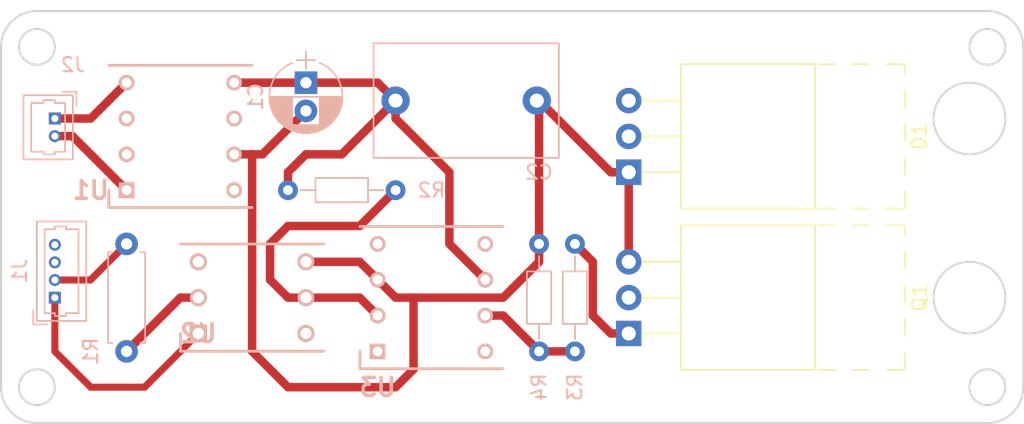
<source format=kicad_pcb>
(kicad_pcb (version 4) (host pcbnew 4.0.6)

  (general
    (links 21)
    (no_connects 0)
    (area 112.954999 90.094999 185.495001 119.455001)
    (thickness 1.6)
    (drawings 14)
    (tracks 59)
    (zones 0)
    (modules 13)
    (nets 26)
  )

  (page A4)
  (layers
    (0 F.Cu signal)
    (31 B.Cu signal hide)
    (32 B.Adhes user hide)
    (33 F.Adhes user hide)
    (34 B.Paste user hide)
    (35 F.Paste user hide)
    (36 B.SilkS user)
    (37 F.SilkS user)
    (38 B.Mask user hide)
    (39 F.Mask user hide)
    (40 Dwgs.User user)
    (41 Cmts.User user)
    (42 Eco1.User user)
    (43 Eco2.User user)
    (44 Edge.Cuts user)
    (45 Margin user)
    (46 B.CrtYd user)
    (47 F.CrtYd user)
    (48 B.Fab user)
    (49 F.Fab user)
  )

  (setup
    (last_trace_width 0.25)
    (trace_clearance 0.2)
    (zone_clearance 0.508)
    (zone_45_only no)
    (trace_min 0.2)
    (segment_width 0.2)
    (edge_width 0.15)
    (via_size 0.8)
    (via_drill 0.4)
    (via_min_size 0.4)
    (via_min_drill 0.3)
    (uvia_size 0.3)
    (uvia_drill 0.1)
    (uvias_allowed no)
    (uvia_min_size 0.2)
    (uvia_min_drill 0.1)
    (pcb_text_width 0.3)
    (pcb_text_size 1.5 1.5)
    (mod_edge_width 0.15)
    (mod_text_size 1 1)
    (mod_text_width 0.15)
    (pad_size 1.524 1.524)
    (pad_drill 0.762)
    (pad_to_mask_clearance 0.2)
    (aux_axis_origin 0 0)
    (visible_elements 7FFEFFFF)
    (pcbplotparams
      (layerselection 0x00030_80000001)
      (usegerberextensions false)
      (excludeedgelayer true)
      (linewidth 0.100000)
      (plotframeref false)
      (viasonmask false)
      (mode 1)
      (useauxorigin false)
      (hpglpennumber 1)
      (hpglpenspeed 20)
      (hpglpendiameter 15)
      (hpglpenoverlay 2)
      (psnegative false)
      (psa4output false)
      (plotreference true)
      (plotvalue true)
      (plotinvisibletext false)
      (padsonsilk false)
      (subtractmaskfromsilk false)
      (outputformat 1)
      (mirror false)
      (drillshape 1)
      (scaleselection 1)
      (outputdirectory SVG/))
  )

  (net 0 "")
  (net 1 DC_ISO)
  (net 2 GND_ISO)
  (net 3 "Net-(D1-Pad2)")
  (net 4 "Net-(D1-Pad3)")
  (net 5 ARD_PWM)
  (net 6 ARD_GND)
  (net 7 ARD_PWR_LVL)
  (net 8 ARD_TEMP)
  (net 9 DC_IN)
  (net 10 DC_GND)
  (net 11 "Net-(Q1-Pad1)")
  (net 12 "Net-(R3-Pad1)")
  (net 13 "Net-(U1-Pad2)")
  (net 14 "Net-(U1-Pad3)")
  (net 15 "Net-(U1-Pad6)")
  (net 16 "Net-(U1-Pad8)")
  (net 17 "Net-(J3-Pad1)")
  (net 18 "Net-(R1-Pad2)")
  (net 19 "Net-(R2-Pad2)")
  (net 20 "Net-(U2-Pad3)")
  (net 21 "Net-(U2-Pad6)")
  (net 22 "Net-(U3-Pad1)")
  (net 23 "Net-(U3-Pad4)")
  (net 24 "Net-(U3-Pad5)")
  (net 25 "Net-(U3-Pad8)")

  (net_class Default "This is the default net class."
    (clearance 0.2)
    (trace_width 0.25)
    (via_dia 0.8)
    (via_drill 0.4)
    (uvia_dia 0.3)
    (uvia_drill 0.1)
  )

  (net_class Control ""
    (clearance 0.2)
    (trace_width 0.6)
    (via_dia 0.8)
    (via_drill 0.4)
    (uvia_dia 0.3)
    (uvia_drill 0.1)
    (add_net DC_GND)
    (add_net DC_IN)
    (add_net DC_ISO)
    (add_net GND_ISO)
    (add_net "Net-(D1-Pad2)")
    (add_net "Net-(D1-Pad3)")
    (add_net "Net-(J3-Pad1)")
    (add_net "Net-(Q1-Pad1)")
    (add_net "Net-(R1-Pad2)")
    (add_net "Net-(R2-Pad2)")
    (add_net "Net-(R3-Pad1)")
    (add_net "Net-(U1-Pad2)")
    (add_net "Net-(U1-Pad3)")
    (add_net "Net-(U1-Pad6)")
    (add_net "Net-(U1-Pad8)")
    (add_net "Net-(U2-Pad3)")
    (add_net "Net-(U2-Pad6)")
    (add_net "Net-(U3-Pad1)")
    (add_net "Net-(U3-Pad4)")
    (add_net "Net-(U3-Pad5)")
    (add_net "Net-(U3-Pad8)")
  )

  (net_class Signal ""
    (clearance 0.2)
    (trace_width 0.5)
    (via_dia 0.8)
    (via_drill 0.4)
    (uvia_dia 0.3)
    (uvia_drill 0.1)
    (add_net ARD_GND)
    (add_net ARD_PWM)
    (add_net ARD_PWR_LVL)
    (add_net ARD_TEMP)
  )

  (module SamacSys_Parts:DIPS762W50P254L1008H460Q8N (layer B.Cu) (tedit 592DEB72) (tstamp 592DE59C)
    (at 139.7 114.3)
    (descr W30508TRC)
    (tags "Undefined or Miscellaneous")
    (path /592AD9EF)
    (fp_text reference U3 (at 0 2.54) (layer B.SilkS)
      (effects (font (size 1.27 1.27) (thickness 0.254)) (justify mirror))
    )
    (fp_text value "W30508TRC (ICL7667)" (at 0 0) (layer B.SilkS) hide
      (effects (font (size 1.27 1.27) (thickness 0.254)) (justify mirror))
    )
    (fp_line (start -1.51 1.48) (end 9.13 1.48) (layer Dwgs.User) (width 0.05))
    (fp_line (start 9.13 1.48) (end 9.13 -9.1) (layer Dwgs.User) (width 0.05))
    (fp_line (start 9.13 -9.1) (end -1.51 -9.1) (layer Dwgs.User) (width 0.05))
    (fp_line (start -1.51 -9.1) (end -1.51 1.48) (layer Dwgs.User) (width 0.05))
    (fp_line (start -1.26 1.23) (end 8.88 1.23) (layer Dwgs.User) (width 0.1))
    (fp_line (start 8.88 1.23) (end 8.88 -8.85) (layer Dwgs.User) (width 0.1))
    (fp_line (start 8.88 -8.85) (end -1.26 -8.85) (layer Dwgs.User) (width 0.1))
    (fp_line (start -1.26 -8.85) (end -1.26 1.23) (layer Dwgs.User) (width 0.1))
    (fp_line (start -1.26 -0.04) (end 0.01 1.23) (layer Dwgs.User) (width 0.1))
    (fp_line (start -1.26 -8.85) (end 8.88 -8.85) (layer B.SilkS) (width 0.2))
    (fp_line (start 8.88 1.23) (end -1.26 1.23) (layer B.SilkS) (width 0.2))
    (fp_line (start -1.26 1.23) (end -1.26 0) (layer B.SilkS) (width 0.2))
    (pad 1 thru_hole rect (at 0 0 270) (size 1.1 1.1) (drill 0.7) (layers *.Cu *.Mask B.SilkS)
      (net 22 "Net-(U3-Pad1)"))
    (pad 2 thru_hole circle (at 0 -2.54 270) (size 1.1 1.1) (drill 0.7) (layers *.Cu *.Mask B.SilkS)
      (net 19 "Net-(R2-Pad2)"))
    (pad 3 thru_hole circle (at 0 -5.08 270) (size 1.1 1.1) (drill 0.7) (layers *.Cu *.Mask B.SilkS)
      (net 2 GND_ISO))
    (pad 4 thru_hole circle (at 0 -7.62 270) (size 1.1 1.1) (drill 0.7) (layers *.Cu *.Mask B.SilkS)
      (net 23 "Net-(U3-Pad4)"))
    (pad 5 thru_hole circle (at 7.62 -7.62 270) (size 1.1 1.1) (drill 0.7) (layers *.Cu *.Mask B.SilkS)
      (net 24 "Net-(U3-Pad5)"))
    (pad 6 thru_hole circle (at 7.62 -5.08 270) (size 1.1 1.1) (drill 0.7) (layers *.Cu *.Mask B.SilkS)
      (net 1 DC_ISO))
    (pad 7 thru_hole circle (at 7.62 -2.54 270) (size 1.1 1.1) (drill 0.7) (layers *.Cu *.Mask B.SilkS)
      (net 12 "Net-(R3-Pad1)"))
    (pad 8 thru_hole circle (at 7.62 0 270) (size 1.1 1.1) (drill 0.7) (layers *.Cu *.Mask B.SilkS)
      (net 25 "Net-(U3-Pad8)"))
  )

  (module Capacitors_THT:CP_Radial_D5.0mm_P2.00mm (layer B.Cu) (tedit 5920C257) (tstamp 592DE370)
    (at 134.62 95.25 270)
    (descr "CP, Radial series, Radial, pin pitch=2.00mm, , diameter=5mm, Electrolytic Capacitor")
    (tags "CP Radial series Radial pin pitch 2.00mm  diameter 5mm Electrolytic Capacitor")
    (path /592ACB50)
    (fp_text reference C1 (at 1 3.56 270) (layer B.SilkS)
      (effects (font (size 1 1) (thickness 0.15)) (justify mirror))
    )
    (fp_text value 22uF (at 1 -3.56 270) (layer B.Fab)
      (effects (font (size 1 1) (thickness 0.15)) (justify mirror))
    )
    (fp_text user %R (at 0.65 0 270) (layer B.Fab)
      (effects (font (size 1 1) (thickness 0.15)) (justify mirror))
    )
    (fp_line (start -2.2 0) (end -1 0) (layer B.Fab) (width 0.1))
    (fp_line (start -1.6 0.65) (end -1.6 -0.65) (layer B.Fab) (width 0.1))
    (fp_line (start 1 2.55) (end 1 -2.55) (layer B.SilkS) (width 0.12))
    (fp_line (start 1.04 2.55) (end 1.04 0.98) (layer B.SilkS) (width 0.12))
    (fp_line (start 1.04 -0.98) (end 1.04 -2.55) (layer B.SilkS) (width 0.12))
    (fp_line (start 1.08 2.549) (end 1.08 0.98) (layer B.SilkS) (width 0.12))
    (fp_line (start 1.08 -0.98) (end 1.08 -2.549) (layer B.SilkS) (width 0.12))
    (fp_line (start 1.12 2.548) (end 1.12 0.98) (layer B.SilkS) (width 0.12))
    (fp_line (start 1.12 -0.98) (end 1.12 -2.548) (layer B.SilkS) (width 0.12))
    (fp_line (start 1.16 2.546) (end 1.16 0.98) (layer B.SilkS) (width 0.12))
    (fp_line (start 1.16 -0.98) (end 1.16 -2.546) (layer B.SilkS) (width 0.12))
    (fp_line (start 1.2 2.543) (end 1.2 0.98) (layer B.SilkS) (width 0.12))
    (fp_line (start 1.2 -0.98) (end 1.2 -2.543) (layer B.SilkS) (width 0.12))
    (fp_line (start 1.24 2.539) (end 1.24 0.98) (layer B.SilkS) (width 0.12))
    (fp_line (start 1.24 -0.98) (end 1.24 -2.539) (layer B.SilkS) (width 0.12))
    (fp_line (start 1.28 2.535) (end 1.28 0.98) (layer B.SilkS) (width 0.12))
    (fp_line (start 1.28 -0.98) (end 1.28 -2.535) (layer B.SilkS) (width 0.12))
    (fp_line (start 1.32 2.531) (end 1.32 0.98) (layer B.SilkS) (width 0.12))
    (fp_line (start 1.32 -0.98) (end 1.32 -2.531) (layer B.SilkS) (width 0.12))
    (fp_line (start 1.36 2.525) (end 1.36 0.98) (layer B.SilkS) (width 0.12))
    (fp_line (start 1.36 -0.98) (end 1.36 -2.525) (layer B.SilkS) (width 0.12))
    (fp_line (start 1.4 2.519) (end 1.4 0.98) (layer B.SilkS) (width 0.12))
    (fp_line (start 1.4 -0.98) (end 1.4 -2.519) (layer B.SilkS) (width 0.12))
    (fp_line (start 1.44 2.513) (end 1.44 0.98) (layer B.SilkS) (width 0.12))
    (fp_line (start 1.44 -0.98) (end 1.44 -2.513) (layer B.SilkS) (width 0.12))
    (fp_line (start 1.48 2.506) (end 1.48 0.98) (layer B.SilkS) (width 0.12))
    (fp_line (start 1.48 -0.98) (end 1.48 -2.506) (layer B.SilkS) (width 0.12))
    (fp_line (start 1.52 2.498) (end 1.52 0.98) (layer B.SilkS) (width 0.12))
    (fp_line (start 1.52 -0.98) (end 1.52 -2.498) (layer B.SilkS) (width 0.12))
    (fp_line (start 1.56 2.489) (end 1.56 0.98) (layer B.SilkS) (width 0.12))
    (fp_line (start 1.56 -0.98) (end 1.56 -2.489) (layer B.SilkS) (width 0.12))
    (fp_line (start 1.6 2.48) (end 1.6 0.98) (layer B.SilkS) (width 0.12))
    (fp_line (start 1.6 -0.98) (end 1.6 -2.48) (layer B.SilkS) (width 0.12))
    (fp_line (start 1.64 2.47) (end 1.64 0.98) (layer B.SilkS) (width 0.12))
    (fp_line (start 1.64 -0.98) (end 1.64 -2.47) (layer B.SilkS) (width 0.12))
    (fp_line (start 1.68 2.46) (end 1.68 0.98) (layer B.SilkS) (width 0.12))
    (fp_line (start 1.68 -0.98) (end 1.68 -2.46) (layer B.SilkS) (width 0.12))
    (fp_line (start 1.721 2.448) (end 1.721 0.98) (layer B.SilkS) (width 0.12))
    (fp_line (start 1.721 -0.98) (end 1.721 -2.448) (layer B.SilkS) (width 0.12))
    (fp_line (start 1.761 2.436) (end 1.761 0.98) (layer B.SilkS) (width 0.12))
    (fp_line (start 1.761 -0.98) (end 1.761 -2.436) (layer B.SilkS) (width 0.12))
    (fp_line (start 1.801 2.424) (end 1.801 0.98) (layer B.SilkS) (width 0.12))
    (fp_line (start 1.801 -0.98) (end 1.801 -2.424) (layer B.SilkS) (width 0.12))
    (fp_line (start 1.841 2.41) (end 1.841 0.98) (layer B.SilkS) (width 0.12))
    (fp_line (start 1.841 -0.98) (end 1.841 -2.41) (layer B.SilkS) (width 0.12))
    (fp_line (start 1.881 2.396) (end 1.881 0.98) (layer B.SilkS) (width 0.12))
    (fp_line (start 1.881 -0.98) (end 1.881 -2.396) (layer B.SilkS) (width 0.12))
    (fp_line (start 1.921 2.382) (end 1.921 0.98) (layer B.SilkS) (width 0.12))
    (fp_line (start 1.921 -0.98) (end 1.921 -2.382) (layer B.SilkS) (width 0.12))
    (fp_line (start 1.961 2.366) (end 1.961 0.98) (layer B.SilkS) (width 0.12))
    (fp_line (start 1.961 -0.98) (end 1.961 -2.366) (layer B.SilkS) (width 0.12))
    (fp_line (start 2.001 2.35) (end 2.001 0.98) (layer B.SilkS) (width 0.12))
    (fp_line (start 2.001 -0.98) (end 2.001 -2.35) (layer B.SilkS) (width 0.12))
    (fp_line (start 2.041 2.333) (end 2.041 0.98) (layer B.SilkS) (width 0.12))
    (fp_line (start 2.041 -0.98) (end 2.041 -2.333) (layer B.SilkS) (width 0.12))
    (fp_line (start 2.081 2.315) (end 2.081 0.98) (layer B.SilkS) (width 0.12))
    (fp_line (start 2.081 -0.98) (end 2.081 -2.315) (layer B.SilkS) (width 0.12))
    (fp_line (start 2.121 2.296) (end 2.121 0.98) (layer B.SilkS) (width 0.12))
    (fp_line (start 2.121 -0.98) (end 2.121 -2.296) (layer B.SilkS) (width 0.12))
    (fp_line (start 2.161 2.276) (end 2.161 0.98) (layer B.SilkS) (width 0.12))
    (fp_line (start 2.161 -0.98) (end 2.161 -2.276) (layer B.SilkS) (width 0.12))
    (fp_line (start 2.201 2.256) (end 2.201 0.98) (layer B.SilkS) (width 0.12))
    (fp_line (start 2.201 -0.98) (end 2.201 -2.256) (layer B.SilkS) (width 0.12))
    (fp_line (start 2.241 2.234) (end 2.241 0.98) (layer B.SilkS) (width 0.12))
    (fp_line (start 2.241 -0.98) (end 2.241 -2.234) (layer B.SilkS) (width 0.12))
    (fp_line (start 2.281 2.212) (end 2.281 0.98) (layer B.SilkS) (width 0.12))
    (fp_line (start 2.281 -0.98) (end 2.281 -2.212) (layer B.SilkS) (width 0.12))
    (fp_line (start 2.321 2.189) (end 2.321 0.98) (layer B.SilkS) (width 0.12))
    (fp_line (start 2.321 -0.98) (end 2.321 -2.189) (layer B.SilkS) (width 0.12))
    (fp_line (start 2.361 2.165) (end 2.361 0.98) (layer B.SilkS) (width 0.12))
    (fp_line (start 2.361 -0.98) (end 2.361 -2.165) (layer B.SilkS) (width 0.12))
    (fp_line (start 2.401 2.14) (end 2.401 0.98) (layer B.SilkS) (width 0.12))
    (fp_line (start 2.401 -0.98) (end 2.401 -2.14) (layer B.SilkS) (width 0.12))
    (fp_line (start 2.441 2.113) (end 2.441 0.98) (layer B.SilkS) (width 0.12))
    (fp_line (start 2.441 -0.98) (end 2.441 -2.113) (layer B.SilkS) (width 0.12))
    (fp_line (start 2.481 2.086) (end 2.481 0.98) (layer B.SilkS) (width 0.12))
    (fp_line (start 2.481 -0.98) (end 2.481 -2.086) (layer B.SilkS) (width 0.12))
    (fp_line (start 2.521 2.058) (end 2.521 0.98) (layer B.SilkS) (width 0.12))
    (fp_line (start 2.521 -0.98) (end 2.521 -2.058) (layer B.SilkS) (width 0.12))
    (fp_line (start 2.561 2.028) (end 2.561 0.98) (layer B.SilkS) (width 0.12))
    (fp_line (start 2.561 -0.98) (end 2.561 -2.028) (layer B.SilkS) (width 0.12))
    (fp_line (start 2.601 1.997) (end 2.601 0.98) (layer B.SilkS) (width 0.12))
    (fp_line (start 2.601 -0.98) (end 2.601 -1.997) (layer B.SilkS) (width 0.12))
    (fp_line (start 2.641 1.965) (end 2.641 0.98) (layer B.SilkS) (width 0.12))
    (fp_line (start 2.641 -0.98) (end 2.641 -1.965) (layer B.SilkS) (width 0.12))
    (fp_line (start 2.681 1.932) (end 2.681 0.98) (layer B.SilkS) (width 0.12))
    (fp_line (start 2.681 -0.98) (end 2.681 -1.932) (layer B.SilkS) (width 0.12))
    (fp_line (start 2.721 1.897) (end 2.721 0.98) (layer B.SilkS) (width 0.12))
    (fp_line (start 2.721 -0.98) (end 2.721 -1.897) (layer B.SilkS) (width 0.12))
    (fp_line (start 2.761 1.861) (end 2.761 0.98) (layer B.SilkS) (width 0.12))
    (fp_line (start 2.761 -0.98) (end 2.761 -1.861) (layer B.SilkS) (width 0.12))
    (fp_line (start 2.801 1.823) (end 2.801 0.98) (layer B.SilkS) (width 0.12))
    (fp_line (start 2.801 -0.98) (end 2.801 -1.823) (layer B.SilkS) (width 0.12))
    (fp_line (start 2.841 1.783) (end 2.841 0.98) (layer B.SilkS) (width 0.12))
    (fp_line (start 2.841 -0.98) (end 2.841 -1.783) (layer B.SilkS) (width 0.12))
    (fp_line (start 2.881 1.742) (end 2.881 0.98) (layer B.SilkS) (width 0.12))
    (fp_line (start 2.881 -0.98) (end 2.881 -1.742) (layer B.SilkS) (width 0.12))
    (fp_line (start 2.921 1.699) (end 2.921 0.98) (layer B.SilkS) (width 0.12))
    (fp_line (start 2.921 -0.98) (end 2.921 -1.699) (layer B.SilkS) (width 0.12))
    (fp_line (start 2.961 1.654) (end 2.961 0.98) (layer B.SilkS) (width 0.12))
    (fp_line (start 2.961 -0.98) (end 2.961 -1.654) (layer B.SilkS) (width 0.12))
    (fp_line (start 3.001 1.606) (end 3.001 -1.606) (layer B.SilkS) (width 0.12))
    (fp_line (start 3.041 1.556) (end 3.041 -1.556) (layer B.SilkS) (width 0.12))
    (fp_line (start 3.081 1.504) (end 3.081 -1.504) (layer B.SilkS) (width 0.12))
    (fp_line (start 3.121 1.448) (end 3.121 -1.448) (layer B.SilkS) (width 0.12))
    (fp_line (start 3.161 1.39) (end 3.161 -1.39) (layer B.SilkS) (width 0.12))
    (fp_line (start 3.201 1.327) (end 3.201 -1.327) (layer B.SilkS) (width 0.12))
    (fp_line (start 3.241 1.261) (end 3.241 -1.261) (layer B.SilkS) (width 0.12))
    (fp_line (start 3.281 1.189) (end 3.281 -1.189) (layer B.SilkS) (width 0.12))
    (fp_line (start 3.321 1.112) (end 3.321 -1.112) (layer B.SilkS) (width 0.12))
    (fp_line (start 3.361 1.028) (end 3.361 -1.028) (layer B.SilkS) (width 0.12))
    (fp_line (start 3.401 0.934) (end 3.401 -0.934) (layer B.SilkS) (width 0.12))
    (fp_line (start 3.441 0.829) (end 3.441 -0.829) (layer B.SilkS) (width 0.12))
    (fp_line (start 3.481 0.707) (end 3.481 -0.707) (layer B.SilkS) (width 0.12))
    (fp_line (start 3.521 0.559) (end 3.521 -0.559) (layer B.SilkS) (width 0.12))
    (fp_line (start 3.561 0.354) (end 3.561 -0.354) (layer B.SilkS) (width 0.12))
    (fp_line (start -2.2 0) (end -1 0) (layer B.SilkS) (width 0.12))
    (fp_line (start -1.6 0.65) (end -1.6 -0.65) (layer B.SilkS) (width 0.12))
    (fp_line (start -1.85 2.85) (end -1.85 -2.85) (layer B.CrtYd) (width 0.05))
    (fp_line (start -1.85 -2.85) (end 3.85 -2.85) (layer B.CrtYd) (width 0.05))
    (fp_line (start 3.85 -2.85) (end 3.85 2.85) (layer B.CrtYd) (width 0.05))
    (fp_line (start 3.85 2.85) (end -1.85 2.85) (layer B.CrtYd) (width 0.05))
    (fp_circle (center 1 0) (end 3.5 0) (layer B.Fab) (width 0.1))
    (fp_arc (start 1 0) (end -1.397436 0.98) (angle -135.5) (layer B.SilkS) (width 0.12))
    (fp_arc (start 1 0) (end -1.397436 -0.98) (angle 135.5) (layer B.SilkS) (width 0.12))
    (fp_arc (start 1 0) (end 3.397436 0.98) (angle -44.5) (layer B.SilkS) (width 0.12))
    (pad 1 thru_hole rect (at 0 0 270) (size 1.6 1.6) (drill 0.8) (layers *.Cu *.Mask)
      (net 1 DC_ISO))
    (pad 2 thru_hole circle (at 2 0 270) (size 1.6 1.6) (drill 0.8) (layers *.Cu *.Mask)
      (net 2 GND_ISO))
    (model ${KISYS3DMOD}/Capacitors_THT.3dshapes/CP_Radial_D5.0mm_P2.00mm.wrl
      (at (xyz 0 0 0))
      (scale (xyz 0.393701 0.393701 0.393701))
      (rotate (xyz 0 0 0))
    )
  )

  (module Capacitors_THT:C_Rect_L13.0mm_W8.0mm_P10.00mm_FKS3_FKP3_MKS4 (layer B.Cu) (tedit 592DF1BE) (tstamp 592DE376)
    (at 140.97 96.52)
    (descr "C, Rect series, Radial, pin pitch=10.00mm, , length*width=13*8mm^2, Capacitor, http://www.wima.com/EN/WIMA_FKS_3.pdf, http://www.wima.com/EN/WIMA_MKS_4.pdf")
    (tags "C Rect series Radial pin pitch 10.00mm  length 13mm width 8mm Capacitor")
    (path /592ACBF5)
    (fp_text reference C2 (at 10.16 5.08) (layer B.SilkS)
      (effects (font (size 1 1) (thickness 0.15)) (justify mirror))
    )
    (fp_text value 220nF (at 5 -5.06) (layer B.Fab)
      (effects (font (size 1 1) (thickness 0.15)) (justify mirror))
    )
    (fp_text user %R (at 5 0) (layer B.Fab)
      (effects (font (size 1 1) (thickness 0.15)) (justify mirror))
    )
    (fp_line (start -1.5 4) (end -1.5 -4) (layer B.Fab) (width 0.1))
    (fp_line (start -1.5 -4) (end 11.5 -4) (layer B.Fab) (width 0.1))
    (fp_line (start 11.5 -4) (end 11.5 4) (layer B.Fab) (width 0.1))
    (fp_line (start 11.5 4) (end -1.5 4) (layer B.Fab) (width 0.1))
    (fp_line (start -1.56 4.06) (end 11.56 4.06) (layer B.SilkS) (width 0.12))
    (fp_line (start -1.56 -4.06) (end 11.56 -4.06) (layer B.SilkS) (width 0.12))
    (fp_line (start -1.56 4.06) (end -1.56 -4.06) (layer B.SilkS) (width 0.12))
    (fp_line (start 11.56 4.06) (end 11.56 -4.06) (layer B.SilkS) (width 0.12))
    (fp_line (start -1.85 4.35) (end -1.85 -4.35) (layer B.CrtYd) (width 0.05))
    (fp_line (start -1.85 -4.35) (end 11.85 -4.35) (layer B.CrtYd) (width 0.05))
    (fp_line (start 11.85 -4.35) (end 11.85 4.35) (layer B.CrtYd) (width 0.05))
    (fp_line (start 11.85 4.35) (end -1.85 4.35) (layer B.CrtYd) (width 0.05))
    (pad 1 thru_hole circle (at 0 0) (size 2 2) (drill 1) (layers *.Cu *.Mask)
      (net 1 DC_ISO))
    (pad 2 thru_hole circle (at 10 0) (size 2 2) (drill 1) (layers *.Cu *.Mask)
      (net 2 GND_ISO))
    (model ${KISYS3DMOD}/Capacitors_THT.3dshapes/C_Rect_L13.0mm_W8.0mm_P10.00mm_FKS3_FKP3_MKS4.wrl
      (at (xyz 0 0 0))
      (scale (xyz 0.393701 0.393701 0.393701))
      (rotate (xyz 0 0 0))
    )
  )

  (module TO_SOT_Packages_THT:TO-220_Horizontal_Reversed (layer F.Cu) (tedit 58CE52AD) (tstamp 592DE37E)
    (at 157.48 101.6 90)
    (descr "TO-220, Horizontal, RM 2.54mm")
    (tags "TO-220 Horizontal RM 2.54mm")
    (path /592DCE5E)
    (fp_text reference D1 (at 2.54 20.58 90) (layer F.SilkS)
      (effects (font (size 1 1) (thickness 0.15)))
    )
    (fp_text value D_Schottky_x2_KCom_AKA (at 2.54 -1.9 90) (layer F.Fab)
      (effects (font (size 1 1) (thickness 0.15)))
    )
    (fp_text user %R (at 2.54 20.58 90) (layer F.Fab)
      (effects (font (size 1 1) (thickness 0.15)))
    )
    (fp_line (start -2.46 13.06) (end -2.46 19.46) (layer F.Fab) (width 0.1))
    (fp_line (start -2.46 19.46) (end 7.54 19.46) (layer F.Fab) (width 0.1))
    (fp_line (start 7.54 19.46) (end 7.54 13.06) (layer F.Fab) (width 0.1))
    (fp_line (start 7.54 13.06) (end -2.46 13.06) (layer F.Fab) (width 0.1))
    (fp_line (start -2.46 3.81) (end -2.46 13.06) (layer F.Fab) (width 0.1))
    (fp_line (start -2.46 13.06) (end 7.54 13.06) (layer F.Fab) (width 0.1))
    (fp_line (start 7.54 13.06) (end 7.54 3.81) (layer F.Fab) (width 0.1))
    (fp_line (start 7.54 3.81) (end -2.46 3.81) (layer F.Fab) (width 0.1))
    (fp_line (start 0 3.81) (end 0 0) (layer F.Fab) (width 0.1))
    (fp_line (start 2.54 3.81) (end 2.54 0) (layer F.Fab) (width 0.1))
    (fp_line (start 5.08 3.81) (end 5.08 0) (layer F.Fab) (width 0.1))
    (fp_line (start -2.58 3.69) (end 7.66 3.69) (layer F.SilkS) (width 0.12))
    (fp_line (start -2.58 13.18) (end 7.66 13.18) (layer F.SilkS) (width 0.12))
    (fp_line (start -2.58 3.69) (end -2.58 13.18) (layer F.SilkS) (width 0.12))
    (fp_line (start 7.66 3.69) (end 7.66 13.18) (layer F.SilkS) (width 0.12))
    (fp_line (start -2.58 19.58) (end -1.38 19.58) (layer F.SilkS) (width 0.12))
    (fp_line (start -0.181 19.58) (end 1.02 19.58) (layer F.SilkS) (width 0.12))
    (fp_line (start 2.22 19.58) (end 3.42 19.58) (layer F.SilkS) (width 0.12))
    (fp_line (start 4.62 19.58) (end 5.82 19.58) (layer F.SilkS) (width 0.12))
    (fp_line (start 7.02 19.58) (end 7.66 19.58) (layer F.SilkS) (width 0.12))
    (fp_line (start -2.58 13.42) (end -2.58 14.62) (layer F.SilkS) (width 0.12))
    (fp_line (start -2.58 15.82) (end -2.58 17.02) (layer F.SilkS) (width 0.12))
    (fp_line (start -2.58 18.22) (end -2.58 19.42) (layer F.SilkS) (width 0.12))
    (fp_line (start 7.66 13.42) (end 7.66 14.62) (layer F.SilkS) (width 0.12))
    (fp_line (start 7.66 15.82) (end 7.66 17.02) (layer F.SilkS) (width 0.12))
    (fp_line (start 7.66 18.22) (end 7.66 19.42) (layer F.SilkS) (width 0.12))
    (fp_line (start 0 1.05) (end 0 3.69) (layer F.SilkS) (width 0.12))
    (fp_line (start 2.54 1.066) (end 2.54 3.69) (layer F.SilkS) (width 0.12))
    (fp_line (start 5.08 1.066) (end 5.08 3.69) (layer F.SilkS) (width 0.12))
    (fp_line (start -2.71 -1.15) (end -2.71 19.71) (layer F.CrtYd) (width 0.05))
    (fp_line (start -2.71 19.71) (end 7.79 19.71) (layer F.CrtYd) (width 0.05))
    (fp_line (start 7.79 19.71) (end 7.79 -1.15) (layer F.CrtYd) (width 0.05))
    (fp_line (start 7.79 -1.15) (end -2.71 -1.15) (layer F.CrtYd) (width 0.05))
    (fp_circle (center 2.54 16.66) (end 4.39 16.66) (layer F.Fab) (width 0.1))
    (pad 0 np_thru_hole oval (at 2.54 16.66 90) (size 3.5 3.5) (drill 3.5) (layers *.Cu *.Mask))
    (pad 1 thru_hole rect (at 0 0 90) (size 1.8 1.8) (drill 1) (layers *.Cu *.Mask)
      (net 2 GND_ISO))
    (pad 2 thru_hole oval (at 2.54 0 90) (size 1.8 1.8) (drill 1) (layers *.Cu *.Mask)
      (net 3 "Net-(D1-Pad2)"))
    (pad 3 thru_hole oval (at 5.08 0 90) (size 1.8 1.8) (drill 1) (layers *.Cu *.Mask)
      (net 4 "Net-(D1-Pad3)"))
    (model ${KISYS3DMOD}/TO_SOT_Packages_THT.3dshapes/TO-220_Horizontal_Reversed.wrl
      (at (xyz 0.1 0 0))
      (scale (xyz 0.393701 0.393701 0.393701))
      (rotate (xyz 0 0 180))
    )
  )

  (module Connectors_Molex:Molex_PicoBlade_53047-0410_04x1.25mm_Straight (layer B.Cu) (tedit 58A3B615) (tstamp 592DE386)
    (at 116.84 110.49 90)
    (descr "Molex PicoBlade, single row, top entry type, through hole, PN:53047-0410")
    (tags "connector molex picoblade")
    (path /592C94BD)
    (fp_text reference J1 (at 1.875 -2.5 90) (layer B.SilkS)
      (effects (font (size 1 1) (thickness 0.15)) (justify mirror))
    )
    (fp_text value CONN_01X04 (at 1.875 3.25 90) (layer B.Fab)
      (effects (font (size 1 1) (thickness 0.15)) (justify mirror))
    )
    (fp_line (start -2 2.55) (end -2 -1.6) (layer B.CrtYd) (width 0.05))
    (fp_line (start -2 -1.6) (end 5.75 -1.6) (layer B.CrtYd) (width 0.05))
    (fp_line (start 5.75 -1.6) (end 5.75 2.55) (layer B.CrtYd) (width 0.05))
    (fp_line (start 5.75 2.55) (end -2 2.55) (layer B.CrtYd) (width 0.05))
    (fp_line (start -1.5 2.075) (end -1.5 -1.125) (layer B.Fab) (width 0.1))
    (fp_line (start -1.5 -1.125) (end 5.25 -1.125) (layer B.Fab) (width 0.1))
    (fp_line (start 5.25 -1.125) (end 5.25 2.075) (layer B.Fab) (width 0.1))
    (fp_line (start 5.25 2.075) (end -1.5 2.075) (layer B.Fab) (width 0.1))
    (fp_line (start -1.65 2.225) (end -1.65 -1.275) (layer B.SilkS) (width 0.12))
    (fp_line (start -1.65 -1.275) (end 5.4 -1.275) (layer B.SilkS) (width 0.12))
    (fp_line (start 5.4 -1.275) (end 5.4 2.225) (layer B.SilkS) (width 0.12))
    (fp_line (start 5.4 2.225) (end -1.65 2.225) (layer B.SilkS) (width 0.12))
    (fp_line (start 1.875 -0.725) (end -1.1 -0.725) (layer B.SilkS) (width 0.12))
    (fp_line (start -1.1 -0.725) (end -1.1 0) (layer B.SilkS) (width 0.12))
    (fp_line (start -1.1 0) (end -1.3 0) (layer B.SilkS) (width 0.12))
    (fp_line (start -1.3 0) (end -1.3 0.8) (layer B.SilkS) (width 0.12))
    (fp_line (start -1.3 0.8) (end -1.1 0.8) (layer B.SilkS) (width 0.12))
    (fp_line (start -1.1 0.8) (end -1.1 1.675) (layer B.SilkS) (width 0.12))
    (fp_line (start -1.1 1.675) (end 1.875 1.675) (layer B.SilkS) (width 0.12))
    (fp_line (start 1.875 -0.725) (end 4.85 -0.725) (layer B.SilkS) (width 0.12))
    (fp_line (start 4.85 -0.725) (end 4.85 0) (layer B.SilkS) (width 0.12))
    (fp_line (start 4.85 0) (end 5.05 0) (layer B.SilkS) (width 0.12))
    (fp_line (start 5.05 0) (end 5.05 0.8) (layer B.SilkS) (width 0.12))
    (fp_line (start 5.05 0.8) (end 4.85 0.8) (layer B.SilkS) (width 0.12))
    (fp_line (start 4.85 0.8) (end 4.85 1.675) (layer B.SilkS) (width 0.12))
    (fp_line (start 4.85 1.675) (end 1.875 1.675) (layer B.SilkS) (width 0.12))
    (fp_line (start -1.9 -1.525) (end -1.9 -0.525) (layer B.SilkS) (width 0.12))
    (fp_line (start -1.9 -1.525) (end -0.9 -1.525) (layer B.SilkS) (width 0.12))
    (fp_text user %R (at 1.875 1.25 90) (layer B.Fab)
      (effects (font (size 1 1) (thickness 0.15)) (justify mirror))
    )
    (pad 1 thru_hole rect (at 0 0 90) (size 0.85 0.85) (drill 0.5) (layers *.Cu *.Mask)
      (net 5 ARD_PWM))
    (pad 2 thru_hole circle (at 1.25 0 90) (size 0.85 0.85) (drill 0.5) (layers *.Cu *.Mask)
      (net 6 ARD_GND))
    (pad 3 thru_hole circle (at 2.5 0 90) (size 0.85 0.85) (drill 0.5) (layers *.Cu *.Mask)
      (net 7 ARD_PWR_LVL))
    (pad 4 thru_hole circle (at 3.75 0 90) (size 0.85 0.85) (drill 0.5) (layers *.Cu *.Mask)
      (net 8 ARD_TEMP))
    (model Connectors_Molex.3dshapes/Molex_PicoBlade_53047-0410_04x1.25mm_Straight.wrl
      (at (xyz 0 0 0))
      (scale (xyz 1 1 1))
      (rotate (xyz 0 0 0))
    )
  )

  (module TO_SOT_Packages_THT:TO-220_Horizontal_Reversed (layer F.Cu) (tedit 58CE52AD) (tstamp 592DE39E)
    (at 157.48 113.03 90)
    (descr "TO-220, Horizontal, RM 2.54mm")
    (tags "TO-220 Horizontal RM 2.54mm")
    (path /592BF9D4)
    (fp_text reference Q1 (at 2.54 20.58 90) (layer F.SilkS)
      (effects (font (size 1 1) (thickness 0.15)))
    )
    (fp_text value RFP12N10L (at 2.54 -1.9 90) (layer F.Fab)
      (effects (font (size 1 1) (thickness 0.15)))
    )
    (fp_text user %R (at 2.54 20.58 90) (layer F.Fab)
      (effects (font (size 1 1) (thickness 0.15)))
    )
    (fp_line (start -2.46 13.06) (end -2.46 19.46) (layer F.Fab) (width 0.1))
    (fp_line (start -2.46 19.46) (end 7.54 19.46) (layer F.Fab) (width 0.1))
    (fp_line (start 7.54 19.46) (end 7.54 13.06) (layer F.Fab) (width 0.1))
    (fp_line (start 7.54 13.06) (end -2.46 13.06) (layer F.Fab) (width 0.1))
    (fp_line (start -2.46 3.81) (end -2.46 13.06) (layer F.Fab) (width 0.1))
    (fp_line (start -2.46 13.06) (end 7.54 13.06) (layer F.Fab) (width 0.1))
    (fp_line (start 7.54 13.06) (end 7.54 3.81) (layer F.Fab) (width 0.1))
    (fp_line (start 7.54 3.81) (end -2.46 3.81) (layer F.Fab) (width 0.1))
    (fp_line (start 0 3.81) (end 0 0) (layer F.Fab) (width 0.1))
    (fp_line (start 2.54 3.81) (end 2.54 0) (layer F.Fab) (width 0.1))
    (fp_line (start 5.08 3.81) (end 5.08 0) (layer F.Fab) (width 0.1))
    (fp_line (start -2.58 3.69) (end 7.66 3.69) (layer F.SilkS) (width 0.12))
    (fp_line (start -2.58 13.18) (end 7.66 13.18) (layer F.SilkS) (width 0.12))
    (fp_line (start -2.58 3.69) (end -2.58 13.18) (layer F.SilkS) (width 0.12))
    (fp_line (start 7.66 3.69) (end 7.66 13.18) (layer F.SilkS) (width 0.12))
    (fp_line (start -2.58 19.58) (end -1.38 19.58) (layer F.SilkS) (width 0.12))
    (fp_line (start -0.181 19.58) (end 1.02 19.58) (layer F.SilkS) (width 0.12))
    (fp_line (start 2.22 19.58) (end 3.42 19.58) (layer F.SilkS) (width 0.12))
    (fp_line (start 4.62 19.58) (end 5.82 19.58) (layer F.SilkS) (width 0.12))
    (fp_line (start 7.02 19.58) (end 7.66 19.58) (layer F.SilkS) (width 0.12))
    (fp_line (start -2.58 13.42) (end -2.58 14.62) (layer F.SilkS) (width 0.12))
    (fp_line (start -2.58 15.82) (end -2.58 17.02) (layer F.SilkS) (width 0.12))
    (fp_line (start -2.58 18.22) (end -2.58 19.42) (layer F.SilkS) (width 0.12))
    (fp_line (start 7.66 13.42) (end 7.66 14.62) (layer F.SilkS) (width 0.12))
    (fp_line (start 7.66 15.82) (end 7.66 17.02) (layer F.SilkS) (width 0.12))
    (fp_line (start 7.66 18.22) (end 7.66 19.42) (layer F.SilkS) (width 0.12))
    (fp_line (start 0 1.05) (end 0 3.69) (layer F.SilkS) (width 0.12))
    (fp_line (start 2.54 1.066) (end 2.54 3.69) (layer F.SilkS) (width 0.12))
    (fp_line (start 5.08 1.066) (end 5.08 3.69) (layer F.SilkS) (width 0.12))
    (fp_line (start -2.71 -1.15) (end -2.71 19.71) (layer F.CrtYd) (width 0.05))
    (fp_line (start -2.71 19.71) (end 7.79 19.71) (layer F.CrtYd) (width 0.05))
    (fp_line (start 7.79 19.71) (end 7.79 -1.15) (layer F.CrtYd) (width 0.05))
    (fp_line (start 7.79 -1.15) (end -2.71 -1.15) (layer F.CrtYd) (width 0.05))
    (fp_circle (center 2.54 16.66) (end 4.39 16.66) (layer F.Fab) (width 0.1))
    (pad 0 np_thru_hole oval (at 2.54 16.66 90) (size 3.5 3.5) (drill 3.5) (layers *.Cu *.Mask))
    (pad 1 thru_hole rect (at 0 0 90) (size 1.8 1.8) (drill 1) (layers *.Cu *.Mask)
      (net 11 "Net-(Q1-Pad1)"))
    (pad 2 thru_hole oval (at 2.54 0 90) (size 1.8 1.8) (drill 1) (layers *.Cu *.Mask)
      (net 17 "Net-(J3-Pad1)"))
    (pad 3 thru_hole oval (at 5.08 0 90) (size 1.8 1.8) (drill 1) (layers *.Cu *.Mask)
      (net 2 GND_ISO))
    (model ${KISYS3DMOD}/TO_SOT_Packages_THT.3dshapes/TO-220_Horizontal_Reversed.wrl
      (at (xyz 0.1 0 0))
      (scale (xyz 0.393701 0.393701 0.393701))
      (rotate (xyz 0 0 180))
    )
  )

  (module Resistors_THT:R_Axial_DIN0207_L6.3mm_D2.5mm_P7.62mm_Horizontal (layer B.Cu) (tedit 592DF1C4) (tstamp 592DE3A4)
    (at 121.92 106.68 270)
    (descr "Resistor, Axial_DIN0207 series, Axial, Horizontal, pin pitch=7.62mm, 0.25W = 1/4W, length*diameter=6.3*2.5mm^2, http://cdn-reichelt.de/documents/datenblatt/B400/1_4W%23YAG.pdf")
    (tags "Resistor Axial_DIN0207 series Axial Horizontal pin pitch 7.62mm 0.25W = 1/4W length 6.3mm diameter 2.5mm")
    (path /592BF392)
    (fp_text reference R1 (at 7.62 2.54 270) (layer B.SilkS)
      (effects (font (size 1 1) (thickness 0.15)) (justify mirror))
    )
    (fp_text value 200 (at 3.81 -2.31 270) (layer B.Fab)
      (effects (font (size 1 1) (thickness 0.15)) (justify mirror))
    )
    (fp_line (start 0.66 1.25) (end 0.66 -1.25) (layer B.Fab) (width 0.1))
    (fp_line (start 0.66 -1.25) (end 6.96 -1.25) (layer B.Fab) (width 0.1))
    (fp_line (start 6.96 -1.25) (end 6.96 1.25) (layer B.Fab) (width 0.1))
    (fp_line (start 6.96 1.25) (end 0.66 1.25) (layer B.Fab) (width 0.1))
    (fp_line (start 0 0) (end 0.66 0) (layer B.Fab) (width 0.1))
    (fp_line (start 7.62 0) (end 6.96 0) (layer B.Fab) (width 0.1))
    (fp_line (start 0.6 0.98) (end 0.6 1.31) (layer B.SilkS) (width 0.12))
    (fp_line (start 0.6 1.31) (end 7.02 1.31) (layer B.SilkS) (width 0.12))
    (fp_line (start 7.02 1.31) (end 7.02 0.98) (layer B.SilkS) (width 0.12))
    (fp_line (start 0.6 -0.98) (end 0.6 -1.31) (layer B.SilkS) (width 0.12))
    (fp_line (start 0.6 -1.31) (end 7.02 -1.31) (layer B.SilkS) (width 0.12))
    (fp_line (start 7.02 -1.31) (end 7.02 -0.98) (layer B.SilkS) (width 0.12))
    (fp_line (start -1.05 1.6) (end -1.05 -1.6) (layer B.CrtYd) (width 0.05))
    (fp_line (start -1.05 -1.6) (end 8.7 -1.6) (layer B.CrtYd) (width 0.05))
    (fp_line (start 8.7 -1.6) (end 8.7 1.6) (layer B.CrtYd) (width 0.05))
    (fp_line (start 8.7 1.6) (end -1.05 1.6) (layer B.CrtYd) (width 0.05))
    (pad 1 thru_hole circle (at 0 0 270) (size 1.6 1.6) (drill 0.8) (layers *.Cu *.Mask)
      (net 6 ARD_GND))
    (pad 2 thru_hole oval (at 7.62 0 270) (size 1.6 1.6) (drill 0.8) (layers *.Cu *.Mask)
      (net 18 "Net-(R1-Pad2)"))
    (model Resistors_THT.3dshapes/R_Axial_DIN0207_L6.3mm_D2.5mm_P7.62mm_Horizontal.wrl
      (at (xyz 0 0 0))
      (scale (xyz 0.393701 0.393701 0.393701))
      (rotate (xyz 0 0 0))
    )
  )

  (module Resistors_THT:R_Axial_DIN0204_L3.6mm_D1.6mm_P7.62mm_Horizontal (layer B.Cu) (tedit 592DF1B7) (tstamp 592DE3AA)
    (at 133.35 102.87)
    (descr "Resistor, Axial_DIN0204 series, Axial, Horizontal, pin pitch=7.62mm, 0.16666666666666666W = 1/6W, length*diameter=3.6*1.6mm^2, http://cdn-reichelt.de/documents/datenblatt/B400/1_4W%23YAG.pdf")
    (tags "Resistor Axial_DIN0204 series Axial Horizontal pin pitch 7.62mm 0.16666666666666666W = 1/6W length 3.6mm diameter 1.6mm")
    (path /592ACAE5)
    (fp_text reference R2 (at 10.16 0) (layer B.SilkS)
      (effects (font (size 1 1) (thickness 0.15)) (justify mirror))
    )
    (fp_text value 4K7 (at 3.81 -1.86) (layer B.Fab)
      (effects (font (size 1 1) (thickness 0.15)) (justify mirror))
    )
    (fp_line (start 2.01 0.8) (end 2.01 -0.8) (layer B.Fab) (width 0.1))
    (fp_line (start 2.01 -0.8) (end 5.61 -0.8) (layer B.Fab) (width 0.1))
    (fp_line (start 5.61 -0.8) (end 5.61 0.8) (layer B.Fab) (width 0.1))
    (fp_line (start 5.61 0.8) (end 2.01 0.8) (layer B.Fab) (width 0.1))
    (fp_line (start 0 0) (end 2.01 0) (layer B.Fab) (width 0.1))
    (fp_line (start 7.62 0) (end 5.61 0) (layer B.Fab) (width 0.1))
    (fp_line (start 1.95 0.86) (end 1.95 -0.86) (layer B.SilkS) (width 0.12))
    (fp_line (start 1.95 -0.86) (end 5.67 -0.86) (layer B.SilkS) (width 0.12))
    (fp_line (start 5.67 -0.86) (end 5.67 0.86) (layer B.SilkS) (width 0.12))
    (fp_line (start 5.67 0.86) (end 1.95 0.86) (layer B.SilkS) (width 0.12))
    (fp_line (start 0.88 0) (end 1.95 0) (layer B.SilkS) (width 0.12))
    (fp_line (start 6.74 0) (end 5.67 0) (layer B.SilkS) (width 0.12))
    (fp_line (start -0.95 1.15) (end -0.95 -1.15) (layer B.CrtYd) (width 0.05))
    (fp_line (start -0.95 -1.15) (end 8.6 -1.15) (layer B.CrtYd) (width 0.05))
    (fp_line (start 8.6 -1.15) (end 8.6 1.15) (layer B.CrtYd) (width 0.05))
    (fp_line (start 8.6 1.15) (end -0.95 1.15) (layer B.CrtYd) (width 0.05))
    (pad 1 thru_hole circle (at 0 0) (size 1.4 1.4) (drill 0.7) (layers *.Cu *.Mask)
      (net 1 DC_ISO))
    (pad 2 thru_hole oval (at 7.62 0) (size 1.4 1.4) (drill 0.7) (layers *.Cu *.Mask)
      (net 19 "Net-(R2-Pad2)"))
    (model Resistors_THT.3dshapes/R_Axial_DIN0204_L3.6mm_D1.6mm_P7.62mm_Horizontal.wrl
      (at (xyz 0 0 0))
      (scale (xyz 0.393701 0.393701 0.393701))
      (rotate (xyz 0 0 0))
    )
  )

  (module Resistors_THT:R_Axial_DIN0204_L3.6mm_D1.6mm_P7.62mm_Horizontal (layer B.Cu) (tedit 592DF1A9) (tstamp 592DE3B0)
    (at 151.13 114.3 90)
    (descr "Resistor, Axial_DIN0204 series, Axial, Horizontal, pin pitch=7.62mm, 0.16666666666666666W = 1/6W, length*diameter=3.6*1.6mm^2, http://cdn-reichelt.de/documents/datenblatt/B400/1_4W%23YAG.pdf")
    (tags "Resistor Axial_DIN0204 series Axial Horizontal pin pitch 7.62mm 0.16666666666666666W = 1/6W length 3.6mm diameter 1.6mm")
    (path /592ACDEB)
    (fp_text reference R3 (at -2.54 2.54 90) (layer B.SilkS)
      (effects (font (size 1 1) (thickness 0.15)) (justify mirror))
    )
    (fp_text value 4K7 (at 3.81 -1.86 90) (layer B.Fab)
      (effects (font (size 1 1) (thickness 0.15)) (justify mirror))
    )
    (fp_line (start 2.01 0.8) (end 2.01 -0.8) (layer B.Fab) (width 0.1))
    (fp_line (start 2.01 -0.8) (end 5.61 -0.8) (layer B.Fab) (width 0.1))
    (fp_line (start 5.61 -0.8) (end 5.61 0.8) (layer B.Fab) (width 0.1))
    (fp_line (start 5.61 0.8) (end 2.01 0.8) (layer B.Fab) (width 0.1))
    (fp_line (start 0 0) (end 2.01 0) (layer B.Fab) (width 0.1))
    (fp_line (start 7.62 0) (end 5.61 0) (layer B.Fab) (width 0.1))
    (fp_line (start 1.95 0.86) (end 1.95 -0.86) (layer B.SilkS) (width 0.12))
    (fp_line (start 1.95 -0.86) (end 5.67 -0.86) (layer B.SilkS) (width 0.12))
    (fp_line (start 5.67 -0.86) (end 5.67 0.86) (layer B.SilkS) (width 0.12))
    (fp_line (start 5.67 0.86) (end 1.95 0.86) (layer B.SilkS) (width 0.12))
    (fp_line (start 0.88 0) (end 1.95 0) (layer B.SilkS) (width 0.12))
    (fp_line (start 6.74 0) (end 5.67 0) (layer B.SilkS) (width 0.12))
    (fp_line (start -0.95 1.15) (end -0.95 -1.15) (layer B.CrtYd) (width 0.05))
    (fp_line (start -0.95 -1.15) (end 8.6 -1.15) (layer B.CrtYd) (width 0.05))
    (fp_line (start 8.6 -1.15) (end 8.6 1.15) (layer B.CrtYd) (width 0.05))
    (fp_line (start 8.6 1.15) (end -0.95 1.15) (layer B.CrtYd) (width 0.05))
    (pad 1 thru_hole circle (at 0 0 90) (size 1.4 1.4) (drill 0.7) (layers *.Cu *.Mask)
      (net 12 "Net-(R3-Pad1)"))
    (pad 2 thru_hole oval (at 7.62 0 90) (size 1.4 1.4) (drill 0.7) (layers *.Cu *.Mask)
      (net 2 GND_ISO))
    (model Resistors_THT.3dshapes/R_Axial_DIN0204_L3.6mm_D1.6mm_P7.62mm_Horizontal.wrl
      (at (xyz 0 0 0))
      (scale (xyz 0.393701 0.393701 0.393701))
      (rotate (xyz 0 0 0))
    )
  )

  (module Resistors_THT:R_Axial_DIN0204_L3.6mm_D1.6mm_P7.62mm_Horizontal (layer B.Cu) (tedit 592DF1AE) (tstamp 592DE3B6)
    (at 153.67 106.68 270)
    (descr "Resistor, Axial_DIN0204 series, Axial, Horizontal, pin pitch=7.62mm, 0.16666666666666666W = 1/6W, length*diameter=3.6*1.6mm^2, http://cdn-reichelt.de/documents/datenblatt/B400/1_4W%23YAG.pdf")
    (tags "Resistor Axial_DIN0204 series Axial Horizontal pin pitch 7.62mm 0.16666666666666666W = 1/6W length 3.6mm diameter 1.6mm")
    (path /592ACE76)
    (fp_text reference R4 (at 10.16 2.54 270) (layer B.SilkS)
      (effects (font (size 1 1) (thickness 0.15)) (justify mirror))
    )
    (fp_text value 470 (at 3.81 -1.86 270) (layer B.Fab)
      (effects (font (size 1 1) (thickness 0.15)) (justify mirror))
    )
    (fp_line (start 2.01 0.8) (end 2.01 -0.8) (layer B.Fab) (width 0.1))
    (fp_line (start 2.01 -0.8) (end 5.61 -0.8) (layer B.Fab) (width 0.1))
    (fp_line (start 5.61 -0.8) (end 5.61 0.8) (layer B.Fab) (width 0.1))
    (fp_line (start 5.61 0.8) (end 2.01 0.8) (layer B.Fab) (width 0.1))
    (fp_line (start 0 0) (end 2.01 0) (layer B.Fab) (width 0.1))
    (fp_line (start 7.62 0) (end 5.61 0) (layer B.Fab) (width 0.1))
    (fp_line (start 1.95 0.86) (end 1.95 -0.86) (layer B.SilkS) (width 0.12))
    (fp_line (start 1.95 -0.86) (end 5.67 -0.86) (layer B.SilkS) (width 0.12))
    (fp_line (start 5.67 -0.86) (end 5.67 0.86) (layer B.SilkS) (width 0.12))
    (fp_line (start 5.67 0.86) (end 1.95 0.86) (layer B.SilkS) (width 0.12))
    (fp_line (start 0.88 0) (end 1.95 0) (layer B.SilkS) (width 0.12))
    (fp_line (start 6.74 0) (end 5.67 0) (layer B.SilkS) (width 0.12))
    (fp_line (start -0.95 1.15) (end -0.95 -1.15) (layer B.CrtYd) (width 0.05))
    (fp_line (start -0.95 -1.15) (end 8.6 -1.15) (layer B.CrtYd) (width 0.05))
    (fp_line (start 8.6 -1.15) (end 8.6 1.15) (layer B.CrtYd) (width 0.05))
    (fp_line (start 8.6 1.15) (end -0.95 1.15) (layer B.CrtYd) (width 0.05))
    (pad 1 thru_hole circle (at 0 0 270) (size 1.4 1.4) (drill 0.7) (layers *.Cu *.Mask)
      (net 11 "Net-(Q1-Pad1)"))
    (pad 2 thru_hole oval (at 7.62 0 270) (size 1.4 1.4) (drill 0.7) (layers *.Cu *.Mask)
      (net 12 "Net-(R3-Pad1)"))
    (model Resistors_THT.3dshapes/R_Axial_DIN0204_L3.6mm_D1.6mm_P7.62mm_Horizontal.wrl
      (at (xyz 0 0 0))
      (scale (xyz 0.393701 0.393701 0.393701))
      (rotate (xyz 0 0 0))
    )
  )

  (module SamacSys_Parts:DIPS762W50P254L1008H460Q8N (layer B.Cu) (tedit 592DEB7A) (tstamp 592DE3C2)
    (at 121.92 102.87)
    (descr W30508TRC)
    (tags "Undefined or Miscellaneous")
    (path /592C6117)
    (fp_text reference U1 (at -2.54 0) (layer B.SilkS)
      (effects (font (size 1.27 1.27) (thickness 0.254)) (justify mirror))
    )
    (fp_text value "W30508TRC (NME1212DC)" (at 0 0) (layer B.SilkS) hide
      (effects (font (size 1.27 1.27) (thickness 0.254)) (justify mirror))
    )
    (fp_line (start -1.51 1.48) (end 9.13 1.48) (layer Dwgs.User) (width 0.05))
    (fp_line (start 9.13 1.48) (end 9.13 -9.1) (layer Dwgs.User) (width 0.05))
    (fp_line (start 9.13 -9.1) (end -1.51 -9.1) (layer Dwgs.User) (width 0.05))
    (fp_line (start -1.51 -9.1) (end -1.51 1.48) (layer Dwgs.User) (width 0.05))
    (fp_line (start -1.26 1.23) (end 8.88 1.23) (layer Dwgs.User) (width 0.1))
    (fp_line (start 8.88 1.23) (end 8.88 -8.85) (layer Dwgs.User) (width 0.1))
    (fp_line (start 8.88 -8.85) (end -1.26 -8.85) (layer Dwgs.User) (width 0.1))
    (fp_line (start -1.26 -8.85) (end -1.26 1.23) (layer Dwgs.User) (width 0.1))
    (fp_line (start -1.26 -0.04) (end 0.01 1.23) (layer Dwgs.User) (width 0.1))
    (fp_line (start -1.26 -8.85) (end 8.88 -8.85) (layer B.SilkS) (width 0.2))
    (fp_line (start 8.88 1.23) (end -1.26 1.23) (layer B.SilkS) (width 0.2))
    (fp_line (start -1.26 1.23) (end -1.26 0) (layer B.SilkS) (width 0.2))
    (pad 1 thru_hole rect (at 0 0 270) (size 1.1 1.1) (drill 0.7) (layers *.Cu *.Mask B.SilkS)
      (net 10 DC_GND))
    (pad 2 thru_hole circle (at 0 -2.54 270) (size 1.1 1.1) (drill 0.7) (layers *.Cu *.Mask B.SilkS)
      (net 13 "Net-(U1-Pad2)"))
    (pad 3 thru_hole circle (at 0 -5.08 270) (size 1.1 1.1) (drill 0.7) (layers *.Cu *.Mask B.SilkS)
      (net 14 "Net-(U1-Pad3)"))
    (pad 4 thru_hole circle (at 0 -7.62 270) (size 1.1 1.1) (drill 0.7) (layers *.Cu *.Mask B.SilkS)
      (net 9 DC_IN))
    (pad 5 thru_hole circle (at 7.62 -7.62 270) (size 1.1 1.1) (drill 0.7) (layers *.Cu *.Mask B.SilkS)
      (net 1 DC_ISO))
    (pad 6 thru_hole circle (at 7.62 -5.08 270) (size 1.1 1.1) (drill 0.7) (layers *.Cu *.Mask B.SilkS)
      (net 15 "Net-(U1-Pad6)"))
    (pad 7 thru_hole circle (at 7.62 -2.54 270) (size 1.1 1.1) (drill 0.7) (layers *.Cu *.Mask B.SilkS)
      (net 2 GND_ISO))
    (pad 8 thru_hole circle (at 7.62 0 270) (size 1.1 1.1) (drill 0.7) (layers *.Cu *.Mask B.SilkS)
      (net 16 "Net-(U1-Pad8)"))
  )

  (module Connectors_Molex:Molex_PicoBlade_53047-0210_02x1.25mm_Straight (layer B.Cu) (tedit 592DF1E1) (tstamp 592DE590)
    (at 116.84 97.79 270)
    (descr "Molex PicoBlade, single row, top entry type, through hole, PN:53047-0210")
    (tags "connector molex picoblade")
    (path /592C95DB)
    (fp_text reference J2 (at -3.81 -1.27 360) (layer B.SilkS)
      (effects (font (size 1 1) (thickness 0.15)) (justify mirror))
    )
    (fp_text value CONN_01X02 (at 0.625 3.25 270) (layer B.Fab)
      (effects (font (size 1 1) (thickness 0.15)) (justify mirror))
    )
    (fp_line (start -2 2.55) (end -2 -1.6) (layer B.CrtYd) (width 0.05))
    (fp_line (start -2 -1.6) (end 3.25 -1.6) (layer B.CrtYd) (width 0.05))
    (fp_line (start 3.25 -1.6) (end 3.25 2.55) (layer B.CrtYd) (width 0.05))
    (fp_line (start 3.25 2.55) (end -2 2.55) (layer B.CrtYd) (width 0.05))
    (fp_line (start -1.5 2.075) (end -1.5 -1.125) (layer B.Fab) (width 0.1))
    (fp_line (start -1.5 -1.125) (end 2.75 -1.125) (layer B.Fab) (width 0.1))
    (fp_line (start 2.75 -1.125) (end 2.75 2.075) (layer B.Fab) (width 0.1))
    (fp_line (start 2.75 2.075) (end -1.5 2.075) (layer B.Fab) (width 0.1))
    (fp_line (start -1.65 2.225) (end -1.65 -1.275) (layer B.SilkS) (width 0.12))
    (fp_line (start -1.65 -1.275) (end 2.9 -1.275) (layer B.SilkS) (width 0.12))
    (fp_line (start 2.9 -1.275) (end 2.9 2.225) (layer B.SilkS) (width 0.12))
    (fp_line (start 2.9 2.225) (end -1.65 2.225) (layer B.SilkS) (width 0.12))
    (fp_line (start 0.625 -0.725) (end -1.1 -0.725) (layer B.SilkS) (width 0.12))
    (fp_line (start -1.1 -0.725) (end -1.1 0) (layer B.SilkS) (width 0.12))
    (fp_line (start -1.1 0) (end -1.3 0) (layer B.SilkS) (width 0.12))
    (fp_line (start -1.3 0) (end -1.3 0.8) (layer B.SilkS) (width 0.12))
    (fp_line (start -1.3 0.8) (end -1.1 0.8) (layer B.SilkS) (width 0.12))
    (fp_line (start -1.1 0.8) (end -1.1 1.675) (layer B.SilkS) (width 0.12))
    (fp_line (start -1.1 1.675) (end 0.625 1.675) (layer B.SilkS) (width 0.12))
    (fp_line (start 0.625 -0.725) (end 2.35 -0.725) (layer B.SilkS) (width 0.12))
    (fp_line (start 2.35 -0.725) (end 2.35 0) (layer B.SilkS) (width 0.12))
    (fp_line (start 2.35 0) (end 2.55 0) (layer B.SilkS) (width 0.12))
    (fp_line (start 2.55 0) (end 2.55 0.8) (layer B.SilkS) (width 0.12))
    (fp_line (start 2.55 0.8) (end 2.35 0.8) (layer B.SilkS) (width 0.12))
    (fp_line (start 2.35 0.8) (end 2.35 1.675) (layer B.SilkS) (width 0.12))
    (fp_line (start 2.35 1.675) (end 0.625 1.675) (layer B.SilkS) (width 0.12))
    (fp_line (start -1.9 -1.525) (end -1.9 -0.525) (layer B.SilkS) (width 0.12))
    (fp_line (start -1.9 -1.525) (end -0.9 -1.525) (layer B.SilkS) (width 0.12))
    (fp_text user %R (at 0.625 1.25 270) (layer B.Fab)
      (effects (font (size 1 1) (thickness 0.15)) (justify mirror))
    )
    (pad 1 thru_hole rect (at 0 0 270) (size 0.85 0.85) (drill 0.5) (layers *.Cu *.Mask)
      (net 9 DC_IN))
    (pad 2 thru_hole circle (at 1.25 0 270) (size 0.85 0.85) (drill 0.5) (layers *.Cu *.Mask)
      (net 10 DC_GND))
    (model Connectors_Molex.3dshapes/Molex_PicoBlade_53047-0210_02x1.25mm_Straight.wrl
      (at (xyz 0 0 0))
      (scale (xyz 1 1 1))
      (rotate (xyz 0 0 0))
    )
  )

  (module SamacSys_Parts:DIPS762W60P254L760H300Q6N (layer B.Cu) (tedit 592DA648) (tstamp 592DF394)
    (at 127 113.03)
    (descr "Dip Socket")
    (tags Connector)
    (path /592DA8DF)
    (fp_text reference U2 (at 0 0) (layer B.SilkS)
      (effects (font (size 1.27 1.27) (thickness 0.254)) (justify mirror))
    )
    (fp_text value "W30506TRC (4N35)" (at 0 0) (layer B.SilkS) hide
      (effects (font (size 1.27 1.27) (thickness 0.254)) (justify mirror))
    )
    (fp_line (start -1.51 1.51) (end 9.13 1.51) (layer Dwgs.User) (width 0.05))
    (fp_line (start 9.13 1.51) (end 9.13 -6.59) (layer Dwgs.User) (width 0.05))
    (fp_line (start 9.13 -6.59) (end -1.51 -6.59) (layer Dwgs.User) (width 0.05))
    (fp_line (start -1.51 -6.59) (end -1.51 1.51) (layer Dwgs.User) (width 0.05))
    (fp_line (start -1.26 1.26) (end 8.88 1.26) (layer Dwgs.User) (width 0.1))
    (fp_line (start 8.88 1.26) (end 8.88 -6.34) (layer Dwgs.User) (width 0.1))
    (fp_line (start 8.88 -6.34) (end -1.26 -6.34) (layer Dwgs.User) (width 0.1))
    (fp_line (start -1.26 -6.34) (end -1.26 1.26) (layer Dwgs.User) (width 0.1))
    (fp_line (start -1.26 -0.01) (end 0.01 1.26) (layer Dwgs.User) (width 0.1))
    (fp_line (start -1.26 -6.34) (end 8.88 -6.34) (layer B.SilkS) (width 0.2))
    (fp_line (start 8.88 1.26) (end -1.26 1.26) (layer B.SilkS) (width 0.2))
    (fp_line (start -1.26 1.26) (end -1.26 0) (layer B.SilkS) (width 0.2))
    (pad 1 thru_hole rect (at 0 0 270) (size 1.2 1.2) (drill 0.8) (layers *.Cu *.Mask B.SilkS)
      (net 5 ARD_PWM))
    (pad 2 thru_hole circle (at 0 -2.54 270) (size 1.2 1.2) (drill 0.8) (layers *.Cu *.Mask B.SilkS)
      (net 18 "Net-(R1-Pad2)"))
    (pad 3 thru_hole circle (at 0 -5.08 270) (size 1.2 1.2) (drill 0.8) (layers *.Cu *.Mask B.SilkS)
      (net 20 "Net-(U2-Pad3)"))
    (pad 4 thru_hole circle (at 7.62 -5.08 270) (size 1.2 1.2) (drill 0.8) (layers *.Cu *.Mask B.SilkS)
      (net 2 GND_ISO))
    (pad 5 thru_hole circle (at 7.62 -2.54 270) (size 1.2 1.2) (drill 0.8) (layers *.Cu *.Mask B.SilkS)
      (net 19 "Net-(R2-Pad2)"))
    (pad 6 thru_hole circle (at 7.62 0 270) (size 1.2 1.2) (drill 0.8) (layers *.Cu *.Mask B.SilkS)
      (net 21 "Net-(U2-Pad6)"))
  )

  (gr_circle (center 181.61 97.79) (end 181.61 100.33) (layer Edge.Cuts) (width 0.15))
  (gr_circle (center 181.61 110.49) (end 181.61 107.95) (layer Edge.Cuts) (width 0.15))
  (gr_circle (center 182.88 92.71) (end 181.61 92.71) (layer Edge.Cuts) (width 0.15))
  (gr_circle (center 182.88 116.84) (end 181.61 116.84) (layer Edge.Cuts) (width 0.15))
  (gr_circle (center 115.57 116.84) (end 116.84 116.84) (layer Edge.Cuts) (width 0.15))
  (gr_circle (center 115.57 92.71) (end 116.84 92.71) (layer Edge.Cuts) (width 0.15))
  (gr_arc (start 182.88 116.84) (end 185.42 116.84) (angle 90) (layer Edge.Cuts) (width 0.15))
  (gr_arc (start 115.57 116.84) (end 115.57 119.38) (angle 90) (layer Edge.Cuts) (width 0.15))
  (gr_arc (start 115.57 92.71) (end 113.03 92.71) (angle 90) (layer Edge.Cuts) (width 0.15))
  (gr_arc (start 182.88 92.71) (end 182.88 90.17) (angle 90) (layer Edge.Cuts) (width 0.15))
  (gr_line (start 185.42 116.84) (end 185.42 92.71) (angle 90) (layer Edge.Cuts) (width 0.15))
  (gr_line (start 115.57 119.38) (end 182.88 119.38) (angle 90) (layer Edge.Cuts) (width 0.15))
  (gr_line (start 113.03 92.71) (end 113.03 116.84) (angle 90) (layer Edge.Cuts) (width 0.15))
  (gr_line (start 182.88 90.17) (end 115.57 90.17) (angle 90) (layer Edge.Cuts) (width 0.15))

  (segment (start 140.97 96.52) (end 140.97 97.79) (width 0.6) (layer F.Cu) (net 1))
  (segment (start 144.78 106.68) (end 147.32 109.22) (width 0.6) (layer F.Cu) (net 1) (tstamp 592DEE9D))
  (segment (start 144.78 101.6) (end 144.78 106.68) (width 0.6) (layer F.Cu) (net 1) (tstamp 592DEE9B))
  (segment (start 140.97 97.79) (end 144.78 101.6) (width 0.6) (layer F.Cu) (net 1) (tstamp 592DEE99))
  (segment (start 133.35 102.87) (end 133.35 101.6) (width 0.6) (layer F.Cu) (net 1))
  (segment (start 137.16 100.33) (end 140.97 96.52) (width 0.6) (layer F.Cu) (net 1) (tstamp 592DECE5))
  (segment (start 134.62 100.33) (end 137.16 100.33) (width 0.6) (layer F.Cu) (net 1) (tstamp 592DECE3))
  (segment (start 133.35 101.6) (end 134.62 100.33) (width 0.6) (layer F.Cu) (net 1) (tstamp 592DECE1))
  (segment (start 134.62 95.25) (end 139.7 95.25) (width 0.6) (layer F.Cu) (net 1))
  (segment (start 139.7 95.25) (end 140.97 96.52) (width 0.6) (layer F.Cu) (net 1) (tstamp 592DECD3))
  (segment (start 129.54 95.25) (end 134.62 95.25) (width 0.6) (layer F.Cu) (net 1))
  (segment (start 130.81 100.33) (end 130.81 114.3) (width 0.6) (layer F.Cu) (net 2))
  (segment (start 142.24 115.57) (end 142.24 110.49) (width 0.6) (layer F.Cu) (net 2) (tstamp 592DFA6E))
  (segment (start 140.97 116.84) (end 142.24 115.57) (width 0.6) (layer F.Cu) (net 2) (tstamp 592DFA69))
  (segment (start 133.35 116.84) (end 140.97 116.84) (width 0.6) (layer F.Cu) (net 2) (tstamp 592DFA65))
  (segment (start 130.81 114.3) (end 133.35 116.84) (width 0.6) (layer F.Cu) (net 2) (tstamp 592DFA58))
  (segment (start 150.97 96.52) (end 151.13 96.52) (width 0.6) (layer F.Cu) (net 2) (status C00000))
  (segment (start 151.13 96.52) (end 156.21 101.6) (width 0.6) (layer F.Cu) (net 2) (tstamp 592DF52C) (status 400000))
  (segment (start 156.21 101.6) (end 157.48 101.6) (width 0.6) (layer F.Cu) (net 2) (tstamp 592DF52D) (status 800000))
  (segment (start 151.13 106.68) (end 151.13 96.68) (width 0.6) (layer F.Cu) (net 2) (status C00000))
  (segment (start 151.13 96.68) (end 150.97 96.52) (width 0.6) (layer F.Cu) (net 2) (tstamp 592DF52A) (status C00000))
  (segment (start 157.48 101.6) (end 157.48 107.95) (width 0.6) (layer F.Cu) (net 2) (status C00000))
  (segment (start 134.62 107.95) (end 138.43 107.95) (width 0.6) (layer F.Cu) (net 2))
  (segment (start 138.43 107.95) (end 139.7 109.22) (width 0.6) (layer F.Cu) (net 2) (tstamp 592DF3BA))
  (segment (start 151.13 106.68) (end 151.13 107.95) (width 0.6) (layer F.Cu) (net 2))
  (segment (start 148.59 110.49) (end 142.24 110.49) (width 0.6) (layer F.Cu) (net 2) (tstamp 592DEEAD))
  (segment (start 151.13 107.95) (end 148.59 110.49) (width 0.6) (layer F.Cu) (net 2) (tstamp 592DEEAB))
  (segment (start 142.24 110.49) (end 140.97 110.49) (width 0.6) (layer F.Cu) (net 2) (tstamp 592DFA73))
  (segment (start 140.97 110.49) (end 139.7 109.22) (width 0.6) (layer F.Cu) (net 2) (tstamp 592DEEAF))
  (segment (start 129.54 100.33) (end 130.81 100.33) (width 0.6) (layer F.Cu) (net 2))
  (segment (start 130.81 100.33) (end 131.54 100.33) (width 0.6) (layer F.Cu) (net 2) (tstamp 592DFA56))
  (segment (start 131.54 100.33) (end 134.62 97.25) (width 0.6) (layer F.Cu) (net 2) (tstamp 592DECE8))
  (segment (start 116.84 110.49) (end 116.84 114.3) (width 0.5) (layer F.Cu) (net 5))
  (segment (start 123.19 116.84) (end 127 113.03) (width 0.5) (layer F.Cu) (net 5) (tstamp 592DF3C7))
  (segment (start 119.38 116.84) (end 123.19 116.84) (width 0.5) (layer F.Cu) (net 5) (tstamp 592DF3C5))
  (segment (start 116.84 114.3) (end 119.38 116.84) (width 0.5) (layer F.Cu) (net 5) (tstamp 592DF3C1))
  (segment (start 116.84 109.24) (end 119.36 109.24) (width 0.5) (layer F.Cu) (net 6))
  (segment (start 119.36 109.24) (end 121.92 106.68) (width 0.5) (layer F.Cu) (net 6) (tstamp 592DECD6))
  (segment (start 116.84 97.79) (end 119.38 97.79) (width 0.6) (layer F.Cu) (net 9))
  (segment (start 119.38 97.79) (end 121.92 95.25) (width 0.6) (layer F.Cu) (net 9) (tstamp 592DECCC))
  (segment (start 116.84 99.04) (end 118.09 99.04) (width 0.6) (layer F.Cu) (net 10))
  (segment (start 118.09 99.04) (end 121.92 102.87) (width 0.6) (layer F.Cu) (net 10) (tstamp 592DECCF))
  (segment (start 153.67 106.68) (end 154.94 107.95) (width 0.6) (layer F.Cu) (net 11))
  (segment (start 156.21 113.03) (end 157.48 113.03) (width 0.6) (layer F.Cu) (net 11) (tstamp 592DEF07))
  (segment (start 154.94 111.76) (end 156.21 113.03) (width 0.6) (layer F.Cu) (net 11) (tstamp 592DEF05))
  (segment (start 154.94 107.95) (end 154.94 111.76) (width 0.6) (layer F.Cu) (net 11) (tstamp 592DEF04))
  (segment (start 151.13 114.3) (end 153.67 114.3) (width 0.6) (layer F.Cu) (net 12))
  (segment (start 147.32 111.76) (end 148.59 111.76) (width 0.6) (layer F.Cu) (net 12))
  (segment (start 148.59 111.76) (end 151.13 114.3) (width 0.6) (layer F.Cu) (net 12) (tstamp 592DEEA0))
  (segment (start 127 110.49) (end 125.73 110.49) (width 0.6) (layer F.Cu) (net 18))
  (segment (start 125.73 110.49) (end 121.92 114.3) (width 0.6) (layer F.Cu) (net 18) (tstamp 592DF3BC))
  (segment (start 134.62 110.49) (end 133.35 110.49) (width 0.6) (layer F.Cu) (net 19))
  (segment (start 138.43 105.41) (end 140.97 102.87) (width 0.6) (layer F.Cu) (net 19) (tstamp 592DF3F1))
  (segment (start 133.35 105.41) (end 138.43 105.41) (width 0.6) (layer F.Cu) (net 19) (tstamp 592DF3EF))
  (segment (start 132.08 106.68) (end 133.35 105.41) (width 0.6) (layer F.Cu) (net 19) (tstamp 592DF3ED))
  (segment (start 132.08 109.22) (end 132.08 106.68) (width 0.6) (layer F.Cu) (net 19) (tstamp 592DF3E9))
  (segment (start 133.35 110.49) (end 132.08 109.22) (width 0.6) (layer F.Cu) (net 19) (tstamp 592DF3E4))
  (segment (start 134.62 110.49) (end 138.43 110.49) (width 0.6) (layer F.Cu) (net 19))
  (segment (start 138.43 110.49) (end 139.7 111.76) (width 0.6) (layer F.Cu) (net 19) (tstamp 592DF3B8))

)

</source>
